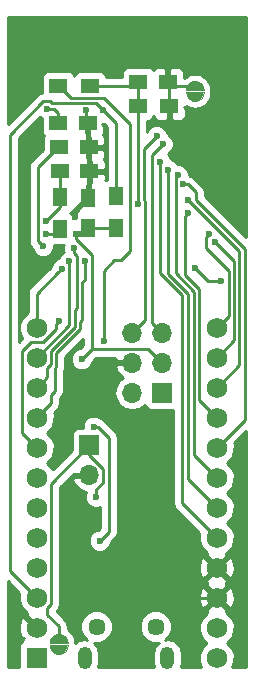
<source format=gbr>
G04 #@! TF.FileFunction,Copper,L2,Bot,Signal*
%FSLAX46Y46*%
G04 Gerber Fmt 4.6, Leading zero omitted, Abs format (unit mm)*
G04 Created by KiCad (PCBNEW 4.0.7) date 07/20/18 22:40:28*
%MOMM*%
%LPD*%
G01*
G04 APERTURE LIST*
%ADD10C,0.100000*%
%ADD11C,0.010000*%
%ADD12R,1.752600X1.752600*%
%ADD13C,1.752600*%
%ADD14R,1.500000X1.250000*%
%ADD15R,1.250000X1.500000*%
%ADD16C,0.400000*%
%ADD17R,1.300000X1.500000*%
%ADD18C,1.450000*%
%ADD19O,1.200000X1.900000*%
%ADD20R,1.700000X1.700000*%
%ADD21O,1.700000X1.700000*%
%ADD22R,1.500000X1.300000*%
%ADD23C,0.600000*%
%ADD24C,0.250000*%
%ADD25C,0.500000*%
%ADD26C,0.254000*%
G04 APERTURE END LIST*
D10*
D11*
G36*
X114251040Y-104288260D02*
X114296240Y-104544760D01*
X114426540Y-104770360D01*
X114626040Y-104937760D01*
X114870840Y-105026860D01*
X115131240Y-105026860D01*
X115376040Y-104937760D01*
X115575540Y-104770360D01*
X115705840Y-104544760D01*
X115751040Y-104288260D01*
X114251040Y-104288260D01*
X114251040Y-104288260D01*
G37*
X114251040Y-104288260D02*
X114296240Y-104544760D01*
X114426540Y-104770360D01*
X114626040Y-104937760D01*
X114870840Y-105026860D01*
X115131240Y-105026860D01*
X115376040Y-104937760D01*
X115575540Y-104770360D01*
X115705840Y-104544760D01*
X115751040Y-104288260D01*
X114251040Y-104288260D01*
G36*
X115751040Y-104088260D02*
X115705840Y-103831760D01*
X115575540Y-103606160D01*
X115376040Y-103438760D01*
X115131240Y-103349660D01*
X114870840Y-103349660D01*
X114626040Y-103438760D01*
X114426540Y-103606160D01*
X114296240Y-103831760D01*
X114251040Y-104088260D01*
X115751040Y-104088260D01*
X115751040Y-104088260D01*
G37*
X115751040Y-104088260D02*
X115705840Y-103831760D01*
X115575540Y-103606160D01*
X115376040Y-103438760D01*
X115131240Y-103349660D01*
X114870840Y-103349660D01*
X114626040Y-103438760D01*
X114426540Y-103606160D01*
X114296240Y-103831760D01*
X114251040Y-104088260D01*
X115751040Y-104088260D01*
G36*
X104220000Y-150880000D02*
X104174800Y-150623500D01*
X104044500Y-150397900D01*
X103845000Y-150230500D01*
X103600200Y-150141400D01*
X103339800Y-150141400D01*
X103095000Y-150230500D01*
X102895500Y-150397900D01*
X102765200Y-150623500D01*
X102720000Y-150880000D01*
X104220000Y-150880000D01*
X104220000Y-150880000D01*
G37*
X104220000Y-150880000D02*
X104174800Y-150623500D01*
X104044500Y-150397900D01*
X103845000Y-150230500D01*
X103600200Y-150141400D01*
X103339800Y-150141400D01*
X103095000Y-150230500D01*
X102895500Y-150397900D01*
X102765200Y-150623500D01*
X102720000Y-150880000D01*
X104220000Y-150880000D01*
G36*
X102720000Y-151080000D02*
X102765200Y-151336500D01*
X102895500Y-151562100D01*
X103095000Y-151729500D01*
X103339800Y-151818600D01*
X103600200Y-151818600D01*
X103845000Y-151729500D01*
X104044500Y-151562100D01*
X104174800Y-151336500D01*
X104220000Y-151080000D01*
X102720000Y-151080000D01*
X102720000Y-151080000D01*
G37*
X102720000Y-151080000D02*
X102765200Y-151336500D01*
X102895500Y-151562100D01*
X103095000Y-151729500D01*
X103339800Y-151818600D01*
X103600200Y-151818600D01*
X103845000Y-151729500D01*
X104044500Y-151562100D01*
X104174800Y-151336500D01*
X104220000Y-151080000D01*
X102720000Y-151080000D01*
D12*
X101600000Y-152146000D03*
D13*
X101600000Y-149606000D03*
X101600000Y-147066000D03*
X101600000Y-144526000D03*
X101600000Y-141986000D03*
X101600000Y-139446000D03*
X101600000Y-136906000D03*
X101600000Y-134366000D03*
X101600000Y-131826000D03*
X101600000Y-129286000D03*
X101600000Y-126746000D03*
X101600000Y-124206000D03*
X116840000Y-124206000D03*
X116840000Y-126746000D03*
X116840000Y-129286000D03*
X116840000Y-131826000D03*
X116840000Y-134366000D03*
X116840000Y-136906000D03*
X116840000Y-139446000D03*
X116840000Y-141986000D03*
X116840000Y-144526000D03*
X116840000Y-147066000D03*
X116840000Y-149606000D03*
X116840000Y-152146000D03*
D14*
X103494200Y-108930440D03*
X105994200Y-108930440D03*
X103547540Y-110964980D03*
X106047540Y-110964980D03*
D15*
X105976420Y-115740180D03*
X105976420Y-113240180D03*
D16*
X115001040Y-103738260D03*
X115001040Y-104638260D03*
X115001040Y-104638260D03*
X115001040Y-103738260D03*
D17*
X103538020Y-113140500D03*
X103538020Y-115840500D03*
X108325921Y-113080821D03*
X108325921Y-115780821D03*
D14*
X103428160Y-106870500D03*
X105928160Y-106870500D03*
D18*
X106669200Y-149508980D03*
X111669200Y-149508980D03*
D19*
X105669200Y-152208980D03*
X112669200Y-152208980D03*
D20*
X106072940Y-134167880D03*
D21*
X106072940Y-136707880D03*
D20*
X112229900Y-129715260D03*
D21*
X109689900Y-129715260D03*
X112229900Y-127175260D03*
X109689900Y-127175260D03*
X112229900Y-124635260D03*
X109689900Y-124635260D03*
D14*
X110199800Y-103388160D03*
X112699800Y-103388160D03*
D22*
X103430080Y-103756460D03*
X106130080Y-103756460D03*
X110144580Y-105417620D03*
X112844580Y-105417620D03*
D16*
X103470000Y-151430000D03*
X103470000Y-150530000D03*
X103470000Y-150530000D03*
X103470000Y-151430000D03*
D23*
X109982000Y-147955000D03*
X105410000Y-147955000D03*
X104815640Y-114808000D03*
X105775760Y-105806484D03*
X101036120Y-120291860D03*
X103124000Y-100076000D03*
X102362000Y-100076000D03*
X109474000Y-100076000D03*
X116078000Y-100076000D03*
X116078000Y-98806000D03*
X109474000Y-98806000D03*
X103124000Y-98806000D03*
X102362000Y-98806000D03*
X102351840Y-115133120D03*
X102144164Y-117310340D03*
X105410000Y-126873000D03*
X104889300Y-116235480D03*
X111757460Y-108003340D03*
X107246420Y-105791000D03*
X112274185Y-108658339D03*
X102402640Y-116265960D03*
X105671708Y-118579336D03*
X103740379Y-119196281D03*
X103525320Y-123639580D03*
X104365728Y-118588588D03*
X104800436Y-117495334D03*
X116682210Y-116926346D03*
X116220410Y-116273078D03*
X112024560Y-110153001D03*
X112760760Y-110881160D03*
X113570969Y-111272954D03*
X113988612Y-112063856D03*
X114438623Y-114513360D03*
X114438623Y-113392642D03*
X117224186Y-120241060D03*
X115008660Y-119156480D03*
X102486460Y-105666540D03*
X106426000Y-132588000D03*
X106934000Y-142240000D03*
X106608989Y-138504447D03*
X107294680Y-125310900D03*
X110149810Y-113746280D03*
D24*
X105410000Y-147955000D02*
X109982000Y-147955000D01*
D25*
X104815640Y-114808000D02*
X104815640Y-114400960D01*
X104815640Y-114400960D02*
X105976420Y-113240180D01*
D24*
X105775760Y-105806484D02*
X105775760Y-106718100D01*
X105775760Y-106718100D02*
X105928160Y-106870500D01*
X115001040Y-103738260D02*
X113049900Y-103738260D01*
X113049900Y-103738260D02*
X112699800Y-103388160D01*
X112844580Y-105417620D02*
X112844580Y-103532940D01*
X112844580Y-103532940D02*
X112699800Y-103388160D01*
X109689900Y-126771300D02*
X109689900Y-127175260D01*
X105994200Y-108930440D02*
X105994200Y-106936540D01*
X105994200Y-106936540D02*
X105928160Y-106870500D01*
X116840000Y-147066000D02*
X113929160Y-147066000D01*
X106047540Y-110964980D02*
X106047540Y-108983780D01*
X106047540Y-108983780D02*
X105994200Y-108930440D01*
X105976420Y-113240180D02*
X105976420Y-111036100D01*
X105976420Y-111036100D02*
X106047540Y-110964980D01*
X102362000Y-100076000D02*
X103124000Y-100076000D01*
X116078000Y-100076000D02*
X109474000Y-100076000D01*
X109474000Y-98806000D02*
X116078000Y-98806000D01*
X102362000Y-98806000D02*
X103124000Y-98806000D01*
X103538020Y-113140500D02*
X103538020Y-110974500D01*
X103538020Y-110974500D02*
X103547540Y-110964980D01*
X103538020Y-113040500D02*
X103538020Y-113140500D01*
X103538020Y-113140500D02*
X103538020Y-113946940D01*
X103538020Y-113946940D02*
X102351840Y-115133120D01*
X103494200Y-108930440D02*
X103369200Y-108930440D01*
X101673660Y-116839836D02*
X101844165Y-117010341D01*
X101844165Y-117010341D02*
X102144164Y-117310340D01*
X103369200Y-108930440D02*
X101673660Y-110625980D01*
X101673660Y-110625980D02*
X101673660Y-116839836D01*
X106296709Y-124965708D02*
X106282741Y-124979676D01*
X106282741Y-124979676D02*
X106282741Y-126000259D01*
X106296709Y-118066605D02*
X106296709Y-124965708D01*
X104889300Y-116235480D02*
X104889300Y-116659196D01*
X104889300Y-116659196D02*
X106296709Y-118066605D01*
X112229900Y-127175260D02*
X111054899Y-126000259D01*
X111054899Y-126000259D02*
X106282741Y-126000259D01*
X106282741Y-126000259D02*
X105410000Y-126873000D01*
D25*
X104889300Y-116235480D02*
X105313564Y-116235480D01*
D24*
X105976420Y-115740180D02*
X108285280Y-115740180D01*
X108285280Y-115740180D02*
X108325921Y-115780821D01*
D25*
X104889300Y-116235480D02*
X105481120Y-116235480D01*
X105481120Y-116235480D02*
X105976420Y-115740180D01*
D24*
X110716060Y-109044740D02*
X111457461Y-108303339D01*
X110716060Y-113387526D02*
X110716060Y-109044740D01*
X110774812Y-123550348D02*
X110774812Y-113446278D01*
X109689900Y-124635260D02*
X110774812Y-123550348D01*
X111457461Y-108303339D02*
X111757460Y-108003340D01*
X110774812Y-113446278D02*
X110716060Y-113387526D01*
X106946421Y-105491001D02*
X107246420Y-105791000D01*
X106636892Y-105181472D02*
X106946421Y-105491001D01*
X102880676Y-105181472D02*
X106636892Y-105181472D01*
X102740742Y-105041538D02*
X102880676Y-105181472D01*
X102140738Y-105041538D02*
X102740742Y-105041538D01*
X99319080Y-107863196D02*
X102140738Y-105041538D01*
X99319080Y-144785080D02*
X99319080Y-107863196D01*
X101600000Y-147066000D02*
X99319080Y-144785080D01*
X108325921Y-106870501D02*
X107546419Y-106090999D01*
X108325921Y-113080821D02*
X108325921Y-106870501D01*
X107546419Y-106090999D02*
X107246420Y-105791000D01*
X101600000Y-147066000D02*
X101838340Y-147066000D01*
X112229900Y-124635260D02*
X111379901Y-123785261D01*
X111379901Y-109552623D02*
X111974186Y-108958338D01*
X111974186Y-108958338D02*
X112274185Y-108658339D01*
X111379901Y-123785261D02*
X111379901Y-109552623D01*
X102402640Y-116265960D02*
X103112560Y-116265960D01*
X103112560Y-116265960D02*
X103538020Y-115840500D01*
X101600000Y-131826000D02*
X101600000Y-131803140D01*
X101600000Y-131803140D02*
X102783640Y-130619500D01*
X103121460Y-129542466D02*
X103121460Y-127638877D01*
X102783640Y-130619500D02*
X102783640Y-129880286D01*
X102783640Y-129880286D02*
X103121460Y-129542466D01*
X103251312Y-126367508D02*
X105265749Y-124353072D01*
X103121460Y-127638877D02*
X103251312Y-127509025D01*
X103251312Y-127509025D02*
X103251312Y-126367508D01*
X105265749Y-124353072D02*
X105265749Y-123738109D01*
X105265749Y-123738109D02*
X105458701Y-123545159D01*
X105458701Y-123545159D02*
X105458701Y-120344759D01*
X105458701Y-120344759D02*
X105671708Y-120131752D01*
X105671708Y-120131752D02*
X105671708Y-119003600D01*
X105671708Y-119003600D02*
X105671708Y-118579336D01*
X101854000Y-131826000D02*
X101600000Y-131826000D01*
X103440380Y-119496280D02*
X103740379Y-119196281D01*
X101600000Y-124206000D02*
X101600000Y-121336660D01*
X101600000Y-121336660D02*
X103440380Y-119496280D01*
X101600000Y-134366000D02*
X100398699Y-133164699D01*
X100398699Y-133164699D02*
X100398699Y-126169375D01*
X102176625Y-125407301D02*
X103225321Y-124358605D01*
X103225321Y-123939579D02*
X103525320Y-123639580D01*
X100398699Y-126169375D02*
X101160773Y-125407301D01*
X101160773Y-125407301D02*
X102176625Y-125407301D01*
X103225321Y-124358605D02*
X103225321Y-123939579D01*
X101600000Y-126746000D02*
X104365728Y-123980272D01*
X104365728Y-123980272D02*
X104365728Y-119012852D01*
X104365728Y-119012852D02*
X104365728Y-118588588D01*
X101600000Y-129286000D02*
X102476299Y-128409701D01*
X104815738Y-122733831D02*
X105008691Y-122540878D01*
X105008691Y-122540878D02*
X105008691Y-118127853D01*
X104815738Y-124166672D02*
X104815738Y-122733831D01*
X102801301Y-127322625D02*
X102801301Y-126181109D01*
X102801301Y-126181109D02*
X104815738Y-124166672D01*
X102476299Y-128409701D02*
X102476299Y-127647627D01*
X105008691Y-118127853D02*
X104800436Y-117919598D01*
X104800436Y-117919598D02*
X104800436Y-117495334D01*
X102476299Y-127647627D02*
X102801301Y-127322625D01*
X116982209Y-117226345D02*
X116682210Y-116926346D01*
X116840000Y-126746000D02*
X118299207Y-125286793D01*
X118299207Y-118543343D02*
X116982209Y-117226345D01*
X118299207Y-125286793D02*
X118299207Y-118543343D01*
X115920411Y-117494417D02*
X115920411Y-116573077D01*
X117849196Y-123196804D02*
X117849196Y-119423202D01*
X117849196Y-119423202D02*
X115920411Y-117494417D01*
X116840000Y-124206000D02*
X117849196Y-123196804D01*
X115920411Y-116573077D02*
X116220410Y-116273078D01*
X112024560Y-119548040D02*
X112024560Y-110577265D01*
X112024560Y-110577265D02*
X112024560Y-110153001D01*
X116840000Y-141986000D02*
X113934240Y-139080240D01*
X113934240Y-139080240D02*
X113934240Y-121457720D01*
X113934240Y-121457720D02*
X112024560Y-119548040D01*
X112760760Y-111305424D02*
X112760760Y-110881160D01*
X112760760Y-119647829D02*
X112760760Y-111305424D01*
X114445211Y-121332280D02*
X112760760Y-119647829D01*
X114445211Y-137051211D02*
X114445211Y-121332280D01*
X116840000Y-139446000D02*
X114445211Y-137051211D01*
X116840000Y-136906000D02*
X114895222Y-134961222D01*
X113363602Y-111480321D02*
X113570969Y-111272954D01*
X114895222Y-121145880D02*
X113363602Y-119614261D01*
X113363602Y-119614261D02*
X113363602Y-111480321D01*
X114895222Y-134961222D02*
X114895222Y-121145880D01*
X116840000Y-134366000D02*
X119199229Y-132006771D01*
X119199229Y-117516838D02*
X115063624Y-113381233D01*
X119199229Y-132006771D02*
X119199229Y-117516838D01*
X115063624Y-112714604D02*
X114412876Y-112063856D01*
X114412876Y-112063856D02*
X113988612Y-112063856D01*
X115063624Y-113381233D02*
X115063624Y-112714604D01*
X114138624Y-114813359D02*
X114438623Y-114513360D01*
X115345233Y-130331233D02*
X115345233Y-120959480D01*
X114138624Y-119752871D02*
X114138624Y-114813359D01*
X116840000Y-131826000D02*
X115345233Y-130331233D01*
X115345233Y-120959480D02*
X114138624Y-119752871D01*
X116840000Y-129286000D02*
X118749218Y-127376782D01*
X118749218Y-117703237D02*
X114738622Y-113692641D01*
X118749218Y-127376782D02*
X118749218Y-117703237D01*
X114738622Y-113692641D02*
X114438623Y-113392642D01*
X116093240Y-120241060D02*
X116799922Y-120241060D01*
X115008660Y-119156480D02*
X116093240Y-120241060D01*
X116799922Y-120241060D02*
X117224186Y-120241060D01*
X103099200Y-105666540D02*
X102910724Y-105666540D01*
X103428160Y-106870500D02*
X103428160Y-105995500D01*
X102910724Y-105666540D02*
X102486460Y-105666540D01*
X103428160Y-105995500D02*
X103099200Y-105666540D01*
X107697952Y-133507890D02*
X106778062Y-132588000D01*
X106778062Y-132588000D02*
X106426000Y-132588000D01*
X106934000Y-142240000D02*
X107697952Y-141476048D01*
X107697952Y-141476048D02*
X107697952Y-133507890D01*
X106072940Y-134968878D02*
X107247941Y-136143879D01*
X106072940Y-134167880D02*
X106072940Y-134968878D01*
X107247941Y-136143879D02*
X107247941Y-137271881D01*
X107247941Y-137271881D02*
X106608989Y-137910833D01*
X106608989Y-137910833D02*
X106608989Y-138080183D01*
X106608989Y-138080183D02*
X106608989Y-138504447D01*
X102502059Y-147941867D02*
X102801301Y-147642625D01*
X103470000Y-150530000D02*
X103470000Y-149474662D01*
X103470000Y-149474662D02*
X102502059Y-148506721D01*
X102502059Y-148506721D02*
X102502059Y-147941867D01*
X102801301Y-147642625D02*
X102801301Y-137418699D01*
X102801301Y-137418699D02*
X106052120Y-134167880D01*
X106052120Y-134167880D02*
X106072940Y-134167880D01*
X104505081Y-104731461D02*
X107327341Y-104731461D01*
X108750100Y-118511320D02*
X108155740Y-118511320D01*
X107294680Y-119372380D02*
X107294680Y-124886636D01*
X103530080Y-103756460D02*
X104505081Y-104731461D01*
X107327341Y-104731461D02*
X109524800Y-106928920D01*
X108155740Y-118511320D02*
X107294680Y-119372380D01*
X103430080Y-103756460D02*
X103530080Y-103756460D01*
X109524800Y-117736620D02*
X108750100Y-118511320D01*
X107294680Y-124886636D02*
X107294680Y-125310900D01*
X109524800Y-106928920D02*
X109524800Y-117736620D01*
X110144580Y-113741050D02*
X110149810Y-113746280D01*
X110144580Y-105417620D02*
X110144580Y-113741050D01*
X110144580Y-105417620D02*
X110144580Y-103443380D01*
X110144580Y-103443380D02*
X110199800Y-103388160D01*
X106130080Y-103756460D02*
X109831500Y-103756460D01*
X109831500Y-103756460D02*
X110199800Y-103388160D01*
D26*
G36*
X105522741Y-125685457D02*
X105270320Y-125937878D01*
X105224833Y-125937838D01*
X104881057Y-126079883D01*
X104617808Y-126342673D01*
X104475162Y-126686201D01*
X104474838Y-127058167D01*
X104616883Y-127401943D01*
X104879673Y-127665192D01*
X105223201Y-127807838D01*
X105595167Y-127808162D01*
X105938943Y-127666117D01*
X106202192Y-127403327D01*
X106344838Y-127059799D01*
X106344879Y-127012923D01*
X106597543Y-126760259D01*
X108272493Y-126760259D01*
X108248424Y-126818370D01*
X108369745Y-127048260D01*
X109562900Y-127048260D01*
X109562900Y-127028260D01*
X109816900Y-127028260D01*
X109816900Y-127048260D01*
X109836900Y-127048260D01*
X109836900Y-127302260D01*
X109816900Y-127302260D01*
X109816900Y-127322260D01*
X109562900Y-127322260D01*
X109562900Y-127302260D01*
X108369745Y-127302260D01*
X108248424Y-127532150D01*
X108418255Y-127942184D01*
X108808542Y-128370443D01*
X108951453Y-128437558D01*
X108610753Y-128665206D01*
X108288846Y-129146975D01*
X108175807Y-129715260D01*
X108288846Y-130283545D01*
X108610753Y-130765314D01*
X109092522Y-131087221D01*
X109660807Y-131200260D01*
X109718993Y-131200260D01*
X110287278Y-131087221D01*
X110769047Y-130765314D01*
X110769871Y-130764081D01*
X110776738Y-130800577D01*
X110915810Y-131016701D01*
X111128010Y-131161691D01*
X111379900Y-131212700D01*
X113079900Y-131212700D01*
X113174240Y-131194949D01*
X113174240Y-139080240D01*
X113232092Y-139371079D01*
X113396839Y-139617641D01*
X115368367Y-141589169D01*
X115328963Y-141684065D01*
X115328438Y-142285297D01*
X115558035Y-142840964D01*
X115982800Y-143266471D01*
X116016592Y-143280503D01*
X115956604Y-143462999D01*
X116840000Y-144346395D01*
X117723396Y-143462999D01*
X117663553Y-143280944D01*
X117694964Y-143267965D01*
X118120471Y-142843200D01*
X118351037Y-142287935D01*
X118351562Y-141686703D01*
X118121965Y-141131036D01*
X117707302Y-140715649D01*
X118120471Y-140303200D01*
X118351037Y-139747935D01*
X118351562Y-139146703D01*
X118121965Y-138591036D01*
X117707302Y-138175649D01*
X118120471Y-137763200D01*
X118351037Y-137207935D01*
X118351562Y-136606703D01*
X118121965Y-136051036D01*
X117707302Y-135635649D01*
X118120471Y-135223200D01*
X118351037Y-134667935D01*
X118351562Y-134066703D01*
X118311370Y-133969432D01*
X119305000Y-132975802D01*
X119305000Y-152960000D01*
X118138409Y-152960000D01*
X118351037Y-152447935D01*
X118351562Y-151846703D01*
X118121965Y-151291036D01*
X117707302Y-150875649D01*
X118120471Y-150463200D01*
X118351037Y-149907935D01*
X118351562Y-149306703D01*
X118121965Y-148751036D01*
X117697200Y-148325529D01*
X117663408Y-148311497D01*
X117723396Y-148129001D01*
X116840000Y-147245605D01*
X115956604Y-148129001D01*
X116016447Y-148311056D01*
X115985036Y-148324035D01*
X115559529Y-148748800D01*
X115328963Y-149304065D01*
X115328438Y-149905297D01*
X115558035Y-150460964D01*
X115972698Y-150876351D01*
X115559529Y-151288800D01*
X115328963Y-151844065D01*
X115328438Y-152445297D01*
X115541109Y-152960000D01*
X113830609Y-152960000D01*
X113904200Y-152590032D01*
X113904200Y-151827928D01*
X113810191Y-151355314D01*
X113542477Y-150954651D01*
X113141814Y-150686937D01*
X112669200Y-150592928D01*
X112468348Y-150632880D01*
X112821480Y-150280364D01*
X113028963Y-149780688D01*
X113029436Y-149239646D01*
X112822824Y-148739608D01*
X112440584Y-148356700D01*
X111940908Y-148149217D01*
X111399866Y-148148744D01*
X110899828Y-148355356D01*
X110516920Y-148737596D01*
X110309437Y-149237272D01*
X110308964Y-149778314D01*
X110515576Y-150278352D01*
X110897816Y-150661260D01*
X111397492Y-150868743D01*
X111923805Y-150869203D01*
X111795923Y-150954651D01*
X111528209Y-151355314D01*
X111434200Y-151827928D01*
X111434200Y-152590032D01*
X111507791Y-152960000D01*
X106830609Y-152960000D01*
X106904200Y-152590032D01*
X106904200Y-151827928D01*
X106810191Y-151355314D01*
X106542477Y-150954651D01*
X106413928Y-150868757D01*
X106938534Y-150869216D01*
X107438572Y-150662604D01*
X107821480Y-150280364D01*
X108028963Y-149780688D01*
X108029436Y-149239646D01*
X107822824Y-148739608D01*
X107440584Y-148356700D01*
X106940908Y-148149217D01*
X106399866Y-148148744D01*
X105899828Y-148355356D01*
X105516920Y-148737596D01*
X105309437Y-149237272D01*
X105308964Y-149778314D01*
X105515576Y-150278352D01*
X105869345Y-150632739D01*
X105669200Y-150592928D01*
X105196586Y-150686937D01*
X104852697Y-150916716D01*
X104860000Y-150880000D01*
X104849060Y-150824999D01*
X104850289Y-150768932D01*
X104805089Y-150512432D01*
X104764779Y-150408743D01*
X104729003Y-150303408D01*
X104598703Y-150077808D01*
X104525436Y-149994291D01*
X104455884Y-149907631D01*
X104256384Y-149740231D01*
X104230000Y-149725756D01*
X104230000Y-149474662D01*
X104188638Y-149266721D01*
X104172148Y-149183822D01*
X104007401Y-148937261D01*
X103294434Y-148224294D01*
X103338702Y-148180026D01*
X103503449Y-147933464D01*
X103561301Y-147642625D01*
X103561301Y-146830997D01*
X115317118Y-146830997D01*
X115343109Y-147431668D01*
X115522973Y-147865896D01*
X115776999Y-147949396D01*
X116660395Y-147066000D01*
X117019605Y-147066000D01*
X117903001Y-147949396D01*
X118157027Y-147865896D01*
X118362882Y-147301003D01*
X118336891Y-146700332D01*
X118157027Y-146266104D01*
X117903001Y-146182604D01*
X117019605Y-147066000D01*
X116660395Y-147066000D01*
X115776999Y-146182604D01*
X115522973Y-146266104D01*
X115317118Y-146830997D01*
X103561301Y-146830997D01*
X103561301Y-145589001D01*
X115956604Y-145589001D01*
X116024646Y-145796000D01*
X115956604Y-146002999D01*
X116840000Y-146886395D01*
X117723396Y-146002999D01*
X117655354Y-145796000D01*
X117723396Y-145589001D01*
X116840000Y-144705605D01*
X115956604Y-145589001D01*
X103561301Y-145589001D01*
X103561301Y-144290997D01*
X115317118Y-144290997D01*
X115343109Y-144891668D01*
X115522973Y-145325896D01*
X115776999Y-145409396D01*
X116660395Y-144526000D01*
X117019605Y-144526000D01*
X117903001Y-145409396D01*
X118157027Y-145325896D01*
X118362882Y-144761003D01*
X118336891Y-144160332D01*
X118157027Y-143726104D01*
X117903001Y-143642604D01*
X117019605Y-144526000D01*
X116660395Y-144526000D01*
X115776999Y-143642604D01*
X115522973Y-143726104D01*
X115317118Y-144290997D01*
X103561301Y-144290997D01*
X103561301Y-137733501D01*
X104739360Y-136555442D01*
X104752785Y-136580880D01*
X105945940Y-136580880D01*
X105945940Y-136560880D01*
X106199940Y-136560880D01*
X106199940Y-136580880D01*
X106219940Y-136580880D01*
X106219940Y-136834880D01*
X106199940Y-136834880D01*
X106199940Y-136854880D01*
X105945940Y-136854880D01*
X105945940Y-136834880D01*
X104752785Y-136834880D01*
X104631464Y-137064770D01*
X104801295Y-137474804D01*
X105191582Y-137903063D01*
X105716048Y-138149366D01*
X105751826Y-138130587D01*
X105674151Y-138317648D01*
X105673827Y-138689614D01*
X105815872Y-139033390D01*
X106078662Y-139296639D01*
X106422190Y-139439285D01*
X106794156Y-139439609D01*
X106937952Y-139380194D01*
X106937952Y-141161246D01*
X106794320Y-141304878D01*
X106748833Y-141304838D01*
X106405057Y-141446883D01*
X106141808Y-141709673D01*
X105999162Y-142053201D01*
X105998838Y-142425167D01*
X106140883Y-142768943D01*
X106403673Y-143032192D01*
X106747201Y-143174838D01*
X107119167Y-143175162D01*
X107462943Y-143033117D01*
X107726192Y-142770327D01*
X107868838Y-142426799D01*
X107868879Y-142379923D01*
X108235353Y-142013449D01*
X108400100Y-141766888D01*
X108457952Y-141476048D01*
X108457952Y-133507890D01*
X108400100Y-133217051D01*
X108235353Y-132970489D01*
X107315463Y-132050599D01*
X107068901Y-131885852D01*
X107040593Y-131880221D01*
X106956327Y-131795808D01*
X106612799Y-131653162D01*
X106240833Y-131652838D01*
X105897057Y-131794883D01*
X105633808Y-132057673D01*
X105491162Y-132401201D01*
X105490927Y-132670440D01*
X105222940Y-132670440D01*
X104987623Y-132714718D01*
X104771499Y-132853790D01*
X104626509Y-133065990D01*
X104575500Y-133317880D01*
X104575500Y-134569698D01*
X102944008Y-136201190D01*
X102881965Y-136051036D01*
X102467302Y-135635649D01*
X102880471Y-135223200D01*
X103111037Y-134667935D01*
X103111562Y-134066703D01*
X102881965Y-133511036D01*
X102467302Y-133095649D01*
X102880471Y-132683200D01*
X103111037Y-132127935D01*
X103111562Y-131526703D01*
X103064686Y-131413256D01*
X103321041Y-131156901D01*
X103485788Y-130910339D01*
X103543640Y-130619500D01*
X103543640Y-130195088D01*
X103658861Y-130079867D01*
X103823608Y-129833305D01*
X103881460Y-129542466D01*
X103881460Y-127907620D01*
X103953460Y-127799865D01*
X103980248Y-127665192D01*
X104011312Y-127509025D01*
X104011312Y-126682310D01*
X105522741Y-125170883D01*
X105522741Y-125685457D01*
X105522741Y-125685457D01*
G37*
X105522741Y-125685457D02*
X105270320Y-125937878D01*
X105224833Y-125937838D01*
X104881057Y-126079883D01*
X104617808Y-126342673D01*
X104475162Y-126686201D01*
X104474838Y-127058167D01*
X104616883Y-127401943D01*
X104879673Y-127665192D01*
X105223201Y-127807838D01*
X105595167Y-127808162D01*
X105938943Y-127666117D01*
X106202192Y-127403327D01*
X106344838Y-127059799D01*
X106344879Y-127012923D01*
X106597543Y-126760259D01*
X108272493Y-126760259D01*
X108248424Y-126818370D01*
X108369745Y-127048260D01*
X109562900Y-127048260D01*
X109562900Y-127028260D01*
X109816900Y-127028260D01*
X109816900Y-127048260D01*
X109836900Y-127048260D01*
X109836900Y-127302260D01*
X109816900Y-127302260D01*
X109816900Y-127322260D01*
X109562900Y-127322260D01*
X109562900Y-127302260D01*
X108369745Y-127302260D01*
X108248424Y-127532150D01*
X108418255Y-127942184D01*
X108808542Y-128370443D01*
X108951453Y-128437558D01*
X108610753Y-128665206D01*
X108288846Y-129146975D01*
X108175807Y-129715260D01*
X108288846Y-130283545D01*
X108610753Y-130765314D01*
X109092522Y-131087221D01*
X109660807Y-131200260D01*
X109718993Y-131200260D01*
X110287278Y-131087221D01*
X110769047Y-130765314D01*
X110769871Y-130764081D01*
X110776738Y-130800577D01*
X110915810Y-131016701D01*
X111128010Y-131161691D01*
X111379900Y-131212700D01*
X113079900Y-131212700D01*
X113174240Y-131194949D01*
X113174240Y-139080240D01*
X113232092Y-139371079D01*
X113396839Y-139617641D01*
X115368367Y-141589169D01*
X115328963Y-141684065D01*
X115328438Y-142285297D01*
X115558035Y-142840964D01*
X115982800Y-143266471D01*
X116016592Y-143280503D01*
X115956604Y-143462999D01*
X116840000Y-144346395D01*
X117723396Y-143462999D01*
X117663553Y-143280944D01*
X117694964Y-143267965D01*
X118120471Y-142843200D01*
X118351037Y-142287935D01*
X118351562Y-141686703D01*
X118121965Y-141131036D01*
X117707302Y-140715649D01*
X118120471Y-140303200D01*
X118351037Y-139747935D01*
X118351562Y-139146703D01*
X118121965Y-138591036D01*
X117707302Y-138175649D01*
X118120471Y-137763200D01*
X118351037Y-137207935D01*
X118351562Y-136606703D01*
X118121965Y-136051036D01*
X117707302Y-135635649D01*
X118120471Y-135223200D01*
X118351037Y-134667935D01*
X118351562Y-134066703D01*
X118311370Y-133969432D01*
X119305000Y-132975802D01*
X119305000Y-152960000D01*
X118138409Y-152960000D01*
X118351037Y-152447935D01*
X118351562Y-151846703D01*
X118121965Y-151291036D01*
X117707302Y-150875649D01*
X118120471Y-150463200D01*
X118351037Y-149907935D01*
X118351562Y-149306703D01*
X118121965Y-148751036D01*
X117697200Y-148325529D01*
X117663408Y-148311497D01*
X117723396Y-148129001D01*
X116840000Y-147245605D01*
X115956604Y-148129001D01*
X116016447Y-148311056D01*
X115985036Y-148324035D01*
X115559529Y-148748800D01*
X115328963Y-149304065D01*
X115328438Y-149905297D01*
X115558035Y-150460964D01*
X115972698Y-150876351D01*
X115559529Y-151288800D01*
X115328963Y-151844065D01*
X115328438Y-152445297D01*
X115541109Y-152960000D01*
X113830609Y-152960000D01*
X113904200Y-152590032D01*
X113904200Y-151827928D01*
X113810191Y-151355314D01*
X113542477Y-150954651D01*
X113141814Y-150686937D01*
X112669200Y-150592928D01*
X112468348Y-150632880D01*
X112821480Y-150280364D01*
X113028963Y-149780688D01*
X113029436Y-149239646D01*
X112822824Y-148739608D01*
X112440584Y-148356700D01*
X111940908Y-148149217D01*
X111399866Y-148148744D01*
X110899828Y-148355356D01*
X110516920Y-148737596D01*
X110309437Y-149237272D01*
X110308964Y-149778314D01*
X110515576Y-150278352D01*
X110897816Y-150661260D01*
X111397492Y-150868743D01*
X111923805Y-150869203D01*
X111795923Y-150954651D01*
X111528209Y-151355314D01*
X111434200Y-151827928D01*
X111434200Y-152590032D01*
X111507791Y-152960000D01*
X106830609Y-152960000D01*
X106904200Y-152590032D01*
X106904200Y-151827928D01*
X106810191Y-151355314D01*
X106542477Y-150954651D01*
X106413928Y-150868757D01*
X106938534Y-150869216D01*
X107438572Y-150662604D01*
X107821480Y-150280364D01*
X108028963Y-149780688D01*
X108029436Y-149239646D01*
X107822824Y-148739608D01*
X107440584Y-148356700D01*
X106940908Y-148149217D01*
X106399866Y-148148744D01*
X105899828Y-148355356D01*
X105516920Y-148737596D01*
X105309437Y-149237272D01*
X105308964Y-149778314D01*
X105515576Y-150278352D01*
X105869345Y-150632739D01*
X105669200Y-150592928D01*
X105196586Y-150686937D01*
X104852697Y-150916716D01*
X104860000Y-150880000D01*
X104849060Y-150824999D01*
X104850289Y-150768932D01*
X104805089Y-150512432D01*
X104764779Y-150408743D01*
X104729003Y-150303408D01*
X104598703Y-150077808D01*
X104525436Y-149994291D01*
X104455884Y-149907631D01*
X104256384Y-149740231D01*
X104230000Y-149725756D01*
X104230000Y-149474662D01*
X104188638Y-149266721D01*
X104172148Y-149183822D01*
X104007401Y-148937261D01*
X103294434Y-148224294D01*
X103338702Y-148180026D01*
X103503449Y-147933464D01*
X103561301Y-147642625D01*
X103561301Y-146830997D01*
X115317118Y-146830997D01*
X115343109Y-147431668D01*
X115522973Y-147865896D01*
X115776999Y-147949396D01*
X116660395Y-147066000D01*
X117019605Y-147066000D01*
X117903001Y-147949396D01*
X118157027Y-147865896D01*
X118362882Y-147301003D01*
X118336891Y-146700332D01*
X118157027Y-146266104D01*
X117903001Y-146182604D01*
X117019605Y-147066000D01*
X116660395Y-147066000D01*
X115776999Y-146182604D01*
X115522973Y-146266104D01*
X115317118Y-146830997D01*
X103561301Y-146830997D01*
X103561301Y-145589001D01*
X115956604Y-145589001D01*
X116024646Y-145796000D01*
X115956604Y-146002999D01*
X116840000Y-146886395D01*
X117723396Y-146002999D01*
X117655354Y-145796000D01*
X117723396Y-145589001D01*
X116840000Y-144705605D01*
X115956604Y-145589001D01*
X103561301Y-145589001D01*
X103561301Y-144290997D01*
X115317118Y-144290997D01*
X115343109Y-144891668D01*
X115522973Y-145325896D01*
X115776999Y-145409396D01*
X116660395Y-144526000D01*
X117019605Y-144526000D01*
X117903001Y-145409396D01*
X118157027Y-145325896D01*
X118362882Y-144761003D01*
X118336891Y-144160332D01*
X118157027Y-143726104D01*
X117903001Y-143642604D01*
X117019605Y-144526000D01*
X116660395Y-144526000D01*
X115776999Y-143642604D01*
X115522973Y-143726104D01*
X115317118Y-144290997D01*
X103561301Y-144290997D01*
X103561301Y-137733501D01*
X104739360Y-136555442D01*
X104752785Y-136580880D01*
X105945940Y-136580880D01*
X105945940Y-136560880D01*
X106199940Y-136560880D01*
X106199940Y-136580880D01*
X106219940Y-136580880D01*
X106219940Y-136834880D01*
X106199940Y-136834880D01*
X106199940Y-136854880D01*
X105945940Y-136854880D01*
X105945940Y-136834880D01*
X104752785Y-136834880D01*
X104631464Y-137064770D01*
X104801295Y-137474804D01*
X105191582Y-137903063D01*
X105716048Y-138149366D01*
X105751826Y-138130587D01*
X105674151Y-138317648D01*
X105673827Y-138689614D01*
X105815872Y-139033390D01*
X106078662Y-139296639D01*
X106422190Y-139439285D01*
X106794156Y-139439609D01*
X106937952Y-139380194D01*
X106937952Y-141161246D01*
X106794320Y-141304878D01*
X106748833Y-141304838D01*
X106405057Y-141446883D01*
X106141808Y-141709673D01*
X105999162Y-142053201D01*
X105998838Y-142425167D01*
X106140883Y-142768943D01*
X106403673Y-143032192D01*
X106747201Y-143174838D01*
X107119167Y-143175162D01*
X107462943Y-143033117D01*
X107726192Y-142770327D01*
X107868838Y-142426799D01*
X107868879Y-142379923D01*
X108235353Y-142013449D01*
X108400100Y-141766888D01*
X108457952Y-141476048D01*
X108457952Y-133507890D01*
X108400100Y-133217051D01*
X108235353Y-132970489D01*
X107315463Y-132050599D01*
X107068901Y-131885852D01*
X107040593Y-131880221D01*
X106956327Y-131795808D01*
X106612799Y-131653162D01*
X106240833Y-131652838D01*
X105897057Y-131794883D01*
X105633808Y-132057673D01*
X105491162Y-132401201D01*
X105490927Y-132670440D01*
X105222940Y-132670440D01*
X104987623Y-132714718D01*
X104771499Y-132853790D01*
X104626509Y-133065990D01*
X104575500Y-133317880D01*
X104575500Y-134569698D01*
X102944008Y-136201190D01*
X102881965Y-136051036D01*
X102467302Y-135635649D01*
X102880471Y-135223200D01*
X103111037Y-134667935D01*
X103111562Y-134066703D01*
X102881965Y-133511036D01*
X102467302Y-133095649D01*
X102880471Y-132683200D01*
X103111037Y-132127935D01*
X103111562Y-131526703D01*
X103064686Y-131413256D01*
X103321041Y-131156901D01*
X103485788Y-130910339D01*
X103543640Y-130619500D01*
X103543640Y-130195088D01*
X103658861Y-130079867D01*
X103823608Y-129833305D01*
X103881460Y-129542466D01*
X103881460Y-127907620D01*
X103953460Y-127799865D01*
X103980248Y-127665192D01*
X104011312Y-127509025D01*
X104011312Y-126682310D01*
X105522741Y-125170883D01*
X105522741Y-125685457D01*
G36*
X100128367Y-146669169D02*
X100088963Y-146764065D01*
X100088438Y-147365297D01*
X100318035Y-147920964D01*
X100742800Y-148346471D01*
X100776592Y-148360503D01*
X100716604Y-148542999D01*
X101600000Y-149426395D01*
X101614143Y-149412253D01*
X101793748Y-149591858D01*
X101779605Y-149606000D01*
X101793748Y-149620143D01*
X101614143Y-149799748D01*
X101600000Y-149785605D01*
X101585858Y-149799748D01*
X101406253Y-149620143D01*
X101420395Y-149606000D01*
X100536999Y-148722604D01*
X100282973Y-148806104D01*
X100077118Y-149370997D01*
X100103109Y-149971668D01*
X100282973Y-150405896D01*
X100536997Y-150489395D01*
X100422369Y-150604023D01*
X100486254Y-150667908D01*
X100272259Y-150805610D01*
X100127269Y-151017810D01*
X100076260Y-151269700D01*
X100076260Y-152960000D01*
X99135000Y-152960000D01*
X99135000Y-145675802D01*
X100128367Y-146669169D01*
X100128367Y-146669169D01*
G37*
X100128367Y-146669169D02*
X100088963Y-146764065D01*
X100088438Y-147365297D01*
X100318035Y-147920964D01*
X100742800Y-148346471D01*
X100776592Y-148360503D01*
X100716604Y-148542999D01*
X101600000Y-149426395D01*
X101614143Y-149412253D01*
X101793748Y-149591858D01*
X101779605Y-149606000D01*
X101793748Y-149620143D01*
X101614143Y-149799748D01*
X101600000Y-149785605D01*
X101585858Y-149799748D01*
X101406253Y-149620143D01*
X101420395Y-149606000D01*
X100536999Y-148722604D01*
X100282973Y-148806104D01*
X100077118Y-149370997D01*
X100103109Y-149971668D01*
X100282973Y-150405896D01*
X100536997Y-150489395D01*
X100422369Y-150604023D01*
X100486254Y-150667908D01*
X100272259Y-150805610D01*
X100127269Y-151017810D01*
X100076260Y-151269700D01*
X100076260Y-152960000D01*
X99135000Y-152960000D01*
X99135000Y-145675802D01*
X100128367Y-146669169D01*
G36*
X101956133Y-106458732D02*
X102030720Y-106489703D01*
X102030720Y-107495500D01*
X102074998Y-107730817D01*
X102214070Y-107946941D01*
X102218530Y-107949988D01*
X102147769Y-108053550D01*
X102096760Y-108305440D01*
X102096760Y-109128078D01*
X101136259Y-110088579D01*
X100971512Y-110335141D01*
X100913660Y-110625980D01*
X100913660Y-116839836D01*
X100971512Y-117130675D01*
X101136259Y-117377237D01*
X101209042Y-117450020D01*
X101209002Y-117495507D01*
X101351047Y-117839283D01*
X101613837Y-118102532D01*
X101957365Y-118245178D01*
X102329331Y-118245502D01*
X102673107Y-118103457D01*
X102936356Y-117840667D01*
X103079002Y-117497139D01*
X103079228Y-117237940D01*
X103894912Y-117237940D01*
X103865598Y-117308535D01*
X103865274Y-117680501D01*
X103901696Y-117768650D01*
X103836785Y-117795471D01*
X103573536Y-118058261D01*
X103475651Y-118293993D01*
X103211436Y-118403164D01*
X102948187Y-118665954D01*
X102805541Y-119009482D01*
X102805500Y-119056358D01*
X101062599Y-120799259D01*
X100897852Y-121045821D01*
X100840000Y-121336660D01*
X100840000Y-122884797D01*
X100745036Y-122924035D01*
X100319529Y-123348800D01*
X100088963Y-123904065D01*
X100088438Y-124505297D01*
X100318035Y-125060964D01*
X100375122Y-125118150D01*
X100079080Y-125414192D01*
X100079080Y-108177998D01*
X101877308Y-106379770D01*
X101956133Y-106458732D01*
X101956133Y-106458732D01*
G37*
X101956133Y-106458732D02*
X102030720Y-106489703D01*
X102030720Y-107495500D01*
X102074998Y-107730817D01*
X102214070Y-107946941D01*
X102218530Y-107949988D01*
X102147769Y-108053550D01*
X102096760Y-108305440D01*
X102096760Y-109128078D01*
X101136259Y-110088579D01*
X100971512Y-110335141D01*
X100913660Y-110625980D01*
X100913660Y-116839836D01*
X100971512Y-117130675D01*
X101136259Y-117377237D01*
X101209042Y-117450020D01*
X101209002Y-117495507D01*
X101351047Y-117839283D01*
X101613837Y-118102532D01*
X101957365Y-118245178D01*
X102329331Y-118245502D01*
X102673107Y-118103457D01*
X102936356Y-117840667D01*
X103079002Y-117497139D01*
X103079228Y-117237940D01*
X103894912Y-117237940D01*
X103865598Y-117308535D01*
X103865274Y-117680501D01*
X103901696Y-117768650D01*
X103836785Y-117795471D01*
X103573536Y-118058261D01*
X103475651Y-118293993D01*
X103211436Y-118403164D01*
X102948187Y-118665954D01*
X102805541Y-119009482D01*
X102805500Y-119056358D01*
X101062599Y-120799259D01*
X100897852Y-121045821D01*
X100840000Y-121336660D01*
X100840000Y-122884797D01*
X100745036Y-122924035D01*
X100319529Y-123348800D01*
X100088963Y-123904065D01*
X100088438Y-124505297D01*
X100318035Y-125060964D01*
X100375122Y-125118150D01*
X100079080Y-125414192D01*
X100079080Y-108177998D01*
X101877308Y-106379770D01*
X101956133Y-106458732D01*
G36*
X119305000Y-116547807D02*
X115823624Y-113066431D01*
X115823624Y-112714604D01*
X115765772Y-112423765D01*
X115601025Y-112177203D01*
X114950277Y-111526455D01*
X114703715Y-111361708D01*
X114585316Y-111338157D01*
X114518939Y-111271664D01*
X114505976Y-111266281D01*
X114506131Y-111087787D01*
X114364086Y-110744011D01*
X114101296Y-110480762D01*
X113757768Y-110338116D01*
X113539611Y-110337926D01*
X113291087Y-110088968D01*
X112951512Y-109947963D01*
X112817677Y-109624058D01*
X112691443Y-109497603D01*
X112803128Y-109451456D01*
X113066377Y-109188666D01*
X113209023Y-108845138D01*
X113209347Y-108473172D01*
X113067302Y-108129396D01*
X112804512Y-107866147D01*
X112692621Y-107819685D01*
X112692622Y-107818173D01*
X112550577Y-107474397D01*
X112287787Y-107211148D01*
X111944259Y-107068502D01*
X111572293Y-107068178D01*
X111228517Y-107210223D01*
X110965268Y-107473013D01*
X110904580Y-107619165D01*
X110904580Y-106713178D01*
X111129897Y-106670782D01*
X111346021Y-106531710D01*
X111491011Y-106319510D01*
X111497771Y-106286130D01*
X111556253Y-106427319D01*
X111734882Y-106605947D01*
X111968271Y-106702620D01*
X112558830Y-106702620D01*
X112717580Y-106543870D01*
X112717580Y-105544620D01*
X112697580Y-105544620D01*
X112697580Y-105290620D01*
X112717580Y-105290620D01*
X112717580Y-105270620D01*
X112971580Y-105270620D01*
X112971580Y-105290620D01*
X112991580Y-105290620D01*
X112991580Y-105544620D01*
X112971580Y-105544620D01*
X112971580Y-106543870D01*
X113130330Y-106702620D01*
X113720889Y-106702620D01*
X113954278Y-106605947D01*
X114132907Y-106427319D01*
X114229580Y-106193930D01*
X114229580Y-105703370D01*
X114070832Y-105544622D01*
X114229580Y-105544622D01*
X114229580Y-105436216D01*
X114312109Y-105481493D01*
X114407147Y-105539163D01*
X114651947Y-105628263D01*
X114761813Y-105645173D01*
X114870840Y-105666860D01*
X115131240Y-105666860D01*
X115240267Y-105645173D01*
X115350133Y-105628263D01*
X115594933Y-105539163D01*
X115689966Y-105481496D01*
X115787424Y-105428029D01*
X115986924Y-105260629D01*
X116056476Y-105173969D01*
X116129743Y-105090452D01*
X116260043Y-104864852D01*
X116295819Y-104759517D01*
X116336129Y-104655828D01*
X116381329Y-104399328D01*
X116380100Y-104343261D01*
X116391040Y-104288260D01*
X116377389Y-104219631D01*
X116376701Y-104188260D01*
X116377389Y-104156889D01*
X116391040Y-104088260D01*
X116380100Y-104033259D01*
X116381329Y-103977192D01*
X116336129Y-103720692D01*
X116295819Y-103617003D01*
X116260043Y-103511668D01*
X116129743Y-103286068D01*
X116056476Y-103202551D01*
X115986924Y-103115891D01*
X115787424Y-102948491D01*
X115689966Y-102895024D01*
X115594933Y-102837357D01*
X115350133Y-102748257D01*
X115240267Y-102731347D01*
X115131240Y-102709660D01*
X114870840Y-102709660D01*
X114761813Y-102731347D01*
X114651947Y-102748257D01*
X114407147Y-102837357D01*
X114312109Y-102895027D01*
X114214657Y-102948491D01*
X114084800Y-103057453D01*
X114084800Y-102636850D01*
X113988127Y-102403461D01*
X113809498Y-102224833D01*
X113576109Y-102128160D01*
X112985550Y-102128160D01*
X112826800Y-102286910D01*
X112826800Y-103261160D01*
X112846800Y-103261160D01*
X112846800Y-103515160D01*
X112826800Y-103515160D01*
X112826800Y-103535160D01*
X112572800Y-103535160D01*
X112572800Y-103515160D01*
X112552800Y-103515160D01*
X112552800Y-103261160D01*
X112572800Y-103261160D01*
X112572800Y-102286910D01*
X112414050Y-102128160D01*
X111823491Y-102128160D01*
X111590102Y-102224833D01*
X111448864Y-102366070D01*
X111413890Y-102311719D01*
X111201690Y-102166729D01*
X110949800Y-102115720D01*
X109449800Y-102115720D01*
X109214483Y-102159998D01*
X108998359Y-102299070D01*
X108853369Y-102511270D01*
X108802360Y-102763160D01*
X108802360Y-102996460D01*
X107506822Y-102996460D01*
X107483242Y-102871143D01*
X107344170Y-102655019D01*
X107131970Y-102510029D01*
X106880080Y-102459020D01*
X105380080Y-102459020D01*
X105144763Y-102503298D01*
X104928639Y-102642370D01*
X104783649Y-102854570D01*
X104780999Y-102867657D01*
X104644170Y-102655019D01*
X104431970Y-102510029D01*
X104180080Y-102459020D01*
X102680080Y-102459020D01*
X102444763Y-102503298D01*
X102228639Y-102642370D01*
X102083649Y-102854570D01*
X102032640Y-103106460D01*
X102032640Y-104303040D01*
X101849899Y-104339390D01*
X101603337Y-104504137D01*
X99135000Y-106972474D01*
X99135000Y-97917000D01*
X119305000Y-97917000D01*
X119305000Y-116547807D01*
X119305000Y-116547807D01*
G37*
X119305000Y-116547807D02*
X115823624Y-113066431D01*
X115823624Y-112714604D01*
X115765772Y-112423765D01*
X115601025Y-112177203D01*
X114950277Y-111526455D01*
X114703715Y-111361708D01*
X114585316Y-111338157D01*
X114518939Y-111271664D01*
X114505976Y-111266281D01*
X114506131Y-111087787D01*
X114364086Y-110744011D01*
X114101296Y-110480762D01*
X113757768Y-110338116D01*
X113539611Y-110337926D01*
X113291087Y-110088968D01*
X112951512Y-109947963D01*
X112817677Y-109624058D01*
X112691443Y-109497603D01*
X112803128Y-109451456D01*
X113066377Y-109188666D01*
X113209023Y-108845138D01*
X113209347Y-108473172D01*
X113067302Y-108129396D01*
X112804512Y-107866147D01*
X112692621Y-107819685D01*
X112692622Y-107818173D01*
X112550577Y-107474397D01*
X112287787Y-107211148D01*
X111944259Y-107068502D01*
X111572293Y-107068178D01*
X111228517Y-107210223D01*
X110965268Y-107473013D01*
X110904580Y-107619165D01*
X110904580Y-106713178D01*
X111129897Y-106670782D01*
X111346021Y-106531710D01*
X111491011Y-106319510D01*
X111497771Y-106286130D01*
X111556253Y-106427319D01*
X111734882Y-106605947D01*
X111968271Y-106702620D01*
X112558830Y-106702620D01*
X112717580Y-106543870D01*
X112717580Y-105544620D01*
X112697580Y-105544620D01*
X112697580Y-105290620D01*
X112717580Y-105290620D01*
X112717580Y-105270620D01*
X112971580Y-105270620D01*
X112971580Y-105290620D01*
X112991580Y-105290620D01*
X112991580Y-105544620D01*
X112971580Y-105544620D01*
X112971580Y-106543870D01*
X113130330Y-106702620D01*
X113720889Y-106702620D01*
X113954278Y-106605947D01*
X114132907Y-106427319D01*
X114229580Y-106193930D01*
X114229580Y-105703370D01*
X114070832Y-105544622D01*
X114229580Y-105544622D01*
X114229580Y-105436216D01*
X114312109Y-105481493D01*
X114407147Y-105539163D01*
X114651947Y-105628263D01*
X114761813Y-105645173D01*
X114870840Y-105666860D01*
X115131240Y-105666860D01*
X115240267Y-105645173D01*
X115350133Y-105628263D01*
X115594933Y-105539163D01*
X115689966Y-105481496D01*
X115787424Y-105428029D01*
X115986924Y-105260629D01*
X116056476Y-105173969D01*
X116129743Y-105090452D01*
X116260043Y-104864852D01*
X116295819Y-104759517D01*
X116336129Y-104655828D01*
X116381329Y-104399328D01*
X116380100Y-104343261D01*
X116391040Y-104288260D01*
X116377389Y-104219631D01*
X116376701Y-104188260D01*
X116377389Y-104156889D01*
X116391040Y-104088260D01*
X116380100Y-104033259D01*
X116381329Y-103977192D01*
X116336129Y-103720692D01*
X116295819Y-103617003D01*
X116260043Y-103511668D01*
X116129743Y-103286068D01*
X116056476Y-103202551D01*
X115986924Y-103115891D01*
X115787424Y-102948491D01*
X115689966Y-102895024D01*
X115594933Y-102837357D01*
X115350133Y-102748257D01*
X115240267Y-102731347D01*
X115131240Y-102709660D01*
X114870840Y-102709660D01*
X114761813Y-102731347D01*
X114651947Y-102748257D01*
X114407147Y-102837357D01*
X114312109Y-102895027D01*
X114214657Y-102948491D01*
X114084800Y-103057453D01*
X114084800Y-102636850D01*
X113988127Y-102403461D01*
X113809498Y-102224833D01*
X113576109Y-102128160D01*
X112985550Y-102128160D01*
X112826800Y-102286910D01*
X112826800Y-103261160D01*
X112846800Y-103261160D01*
X112846800Y-103515160D01*
X112826800Y-103515160D01*
X112826800Y-103535160D01*
X112572800Y-103535160D01*
X112572800Y-103515160D01*
X112552800Y-103515160D01*
X112552800Y-103261160D01*
X112572800Y-103261160D01*
X112572800Y-102286910D01*
X112414050Y-102128160D01*
X111823491Y-102128160D01*
X111590102Y-102224833D01*
X111448864Y-102366070D01*
X111413890Y-102311719D01*
X111201690Y-102166729D01*
X110949800Y-102115720D01*
X109449800Y-102115720D01*
X109214483Y-102159998D01*
X108998359Y-102299070D01*
X108853369Y-102511270D01*
X108802360Y-102763160D01*
X108802360Y-102996460D01*
X107506822Y-102996460D01*
X107483242Y-102871143D01*
X107344170Y-102655019D01*
X107131970Y-102510029D01*
X106880080Y-102459020D01*
X105380080Y-102459020D01*
X105144763Y-102503298D01*
X104928639Y-102642370D01*
X104783649Y-102854570D01*
X104780999Y-102867657D01*
X104644170Y-102655019D01*
X104431970Y-102510029D01*
X104180080Y-102459020D01*
X102680080Y-102459020D01*
X102444763Y-102503298D01*
X102228639Y-102642370D01*
X102083649Y-102854570D01*
X102032640Y-103106460D01*
X102032640Y-104303040D01*
X101849899Y-104339390D01*
X101603337Y-104504137D01*
X99135000Y-106972474D01*
X99135000Y-97917000D01*
X119305000Y-97917000D01*
X119305000Y-116547807D01*
G36*
X104813093Y-114349878D02*
X104954330Y-114491116D01*
X104899979Y-114526090D01*
X104754989Y-114738290D01*
X104745647Y-114784420D01*
X104652110Y-114639059D01*
X104439910Y-114494069D01*
X104426823Y-114491419D01*
X104639461Y-114354590D01*
X104748776Y-114194603D01*
X104813093Y-114349878D01*
X104813093Y-114349878D01*
G37*
X104813093Y-114349878D02*
X104954330Y-114491116D01*
X104899979Y-114526090D01*
X104754989Y-114738290D01*
X104745647Y-114784420D01*
X104652110Y-114639059D01*
X104439910Y-114494069D01*
X104426823Y-114491419D01*
X104639461Y-114354590D01*
X104748776Y-114194603D01*
X104813093Y-114349878D01*
G36*
X106055160Y-106743500D02*
X106075160Y-106743500D01*
X106075160Y-106997500D01*
X106055160Y-106997500D01*
X106055160Y-107971750D01*
X106121200Y-108037790D01*
X106121200Y-108803440D01*
X107220450Y-108803440D01*
X107379200Y-108644690D01*
X107379200Y-108179130D01*
X107282527Y-107945741D01*
X107204236Y-107867450D01*
X107216487Y-107855199D01*
X107313160Y-107621810D01*
X107313160Y-107156250D01*
X107154412Y-106997502D01*
X107313160Y-106997502D01*
X107313160Y-106932542D01*
X107565921Y-107185303D01*
X107565921Y-111704079D01*
X107440604Y-111727659D01*
X107423189Y-111738865D01*
X107432540Y-111716290D01*
X107432540Y-111250730D01*
X107273790Y-111091980D01*
X106174540Y-111091980D01*
X106174540Y-111942810D01*
X106103420Y-112013930D01*
X106103420Y-113113180D01*
X106123420Y-113113180D01*
X106123420Y-113367180D01*
X106103420Y-113367180D01*
X106103420Y-113387180D01*
X105849420Y-113387180D01*
X105849420Y-113367180D01*
X105829420Y-113367180D01*
X105829420Y-113113180D01*
X105849420Y-113113180D01*
X105849420Y-112137350D01*
X105920540Y-112066230D01*
X105920540Y-111091980D01*
X105900540Y-111091980D01*
X105900540Y-110837980D01*
X105920540Y-110837980D01*
X105920540Y-109863730D01*
X105867200Y-109810390D01*
X105867200Y-109057440D01*
X106121200Y-109057440D01*
X106121200Y-110031690D01*
X106174540Y-110085030D01*
X106174540Y-110837980D01*
X107273790Y-110837980D01*
X107432540Y-110679230D01*
X107432540Y-110213670D01*
X107335867Y-109980281D01*
X107276626Y-109921040D01*
X107282527Y-109915139D01*
X107379200Y-109681750D01*
X107379200Y-109216190D01*
X107220450Y-109057440D01*
X106121200Y-109057440D01*
X105867200Y-109057440D01*
X105847200Y-109057440D01*
X105847200Y-108803440D01*
X105867200Y-108803440D01*
X105867200Y-107829190D01*
X105801160Y-107763150D01*
X105801160Y-106997500D01*
X105781160Y-106997500D01*
X105781160Y-106743500D01*
X105801160Y-106743500D01*
X105801160Y-106723500D01*
X106055160Y-106723500D01*
X106055160Y-106743500D01*
X106055160Y-106743500D01*
G37*
X106055160Y-106743500D02*
X106075160Y-106743500D01*
X106075160Y-106997500D01*
X106055160Y-106997500D01*
X106055160Y-107971750D01*
X106121200Y-108037790D01*
X106121200Y-108803440D01*
X107220450Y-108803440D01*
X107379200Y-108644690D01*
X107379200Y-108179130D01*
X107282527Y-107945741D01*
X107204236Y-107867450D01*
X107216487Y-107855199D01*
X107313160Y-107621810D01*
X107313160Y-107156250D01*
X107154412Y-106997502D01*
X107313160Y-106997502D01*
X107313160Y-106932542D01*
X107565921Y-107185303D01*
X107565921Y-111704079D01*
X107440604Y-111727659D01*
X107423189Y-111738865D01*
X107432540Y-111716290D01*
X107432540Y-111250730D01*
X107273790Y-111091980D01*
X106174540Y-111091980D01*
X106174540Y-111942810D01*
X106103420Y-112013930D01*
X106103420Y-113113180D01*
X106123420Y-113113180D01*
X106123420Y-113367180D01*
X106103420Y-113367180D01*
X106103420Y-113387180D01*
X105849420Y-113387180D01*
X105849420Y-113367180D01*
X105829420Y-113367180D01*
X105829420Y-113113180D01*
X105849420Y-113113180D01*
X105849420Y-112137350D01*
X105920540Y-112066230D01*
X105920540Y-111091980D01*
X105900540Y-111091980D01*
X105900540Y-110837980D01*
X105920540Y-110837980D01*
X105920540Y-109863730D01*
X105867200Y-109810390D01*
X105867200Y-109057440D01*
X106121200Y-109057440D01*
X106121200Y-110031690D01*
X106174540Y-110085030D01*
X106174540Y-110837980D01*
X107273790Y-110837980D01*
X107432540Y-110679230D01*
X107432540Y-110213670D01*
X107335867Y-109980281D01*
X107276626Y-109921040D01*
X107282527Y-109915139D01*
X107379200Y-109681750D01*
X107379200Y-109216190D01*
X107220450Y-109057440D01*
X106121200Y-109057440D01*
X105867200Y-109057440D01*
X105847200Y-109057440D01*
X105847200Y-108803440D01*
X105867200Y-108803440D01*
X105867200Y-107829190D01*
X105801160Y-107763150D01*
X105801160Y-106997500D01*
X105781160Y-106997500D01*
X105781160Y-106743500D01*
X105801160Y-106743500D01*
X105801160Y-106723500D01*
X106055160Y-106723500D01*
X106055160Y-106743500D01*
M02*

</source>
